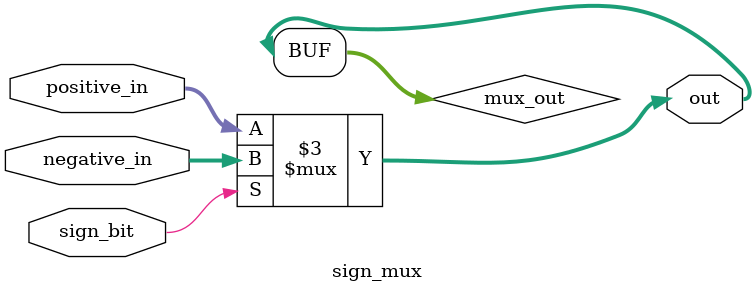
<source format=sv>
module sign_mag_to_twos_comp #(
    parameter WIDTH = 16
)(
    input  wire [WIDTH-1:0] sign_mag_in,
    output wire [WIDTH-1:0] twos_comp_out
);

    wire sign_bit;
    wire [WIDTH-2:0] magnitude;
    wire [WIDTH-2:0] magnitude_twos;
    wire [WIDTH-1:0] negative_result;
    wire [WIDTH-1:0] positive_result;

    // Extract sign and magnitude
    sign_mag_extract #(
        .WIDTH(WIDTH)
    ) u_sign_mag_extract (
        .sign_mag_in(sign_mag_in),
        .sign_bit(sign_bit),
        .magnitude(magnitude)
    );

    // Convert magnitude to two's complement (negate magnitude)
    magnitude_negate #(
        .WIDTH(WIDTH-1)
    ) u_magnitude_negate (
        .magnitude_in(magnitude),
        .negated_out(magnitude_twos)
    );

    // Combine sign with magnitude conversion
    assign negative_result = {1'b1, magnitude_twos};
    assign positive_result = sign_mag_in;

    // Multiplexer to select output based on sign
    sign_mux #(
        .WIDTH(WIDTH)
    ) u_sign_mux (
        .sign_bit(sign_bit),
        .negative_in(negative_result),
        .positive_in(positive_result),
        .out(twos_comp_out)
    );

endmodule

// ---------------------------------------------------------------------------
// Submodule: sign_mag_extract
// Extracts the sign bit and magnitude from the sign-magnitude input
module sign_mag_extract #(
    parameter WIDTH = 16
)(
    input  wire [WIDTH-1:0] sign_mag_in,
    output wire             sign_bit,
    output wire [WIDTH-2:0] magnitude
);
    assign sign_bit = sign_mag_in[WIDTH-1];
    assign magnitude = sign_mag_in[WIDTH-2:0];
endmodule

// ---------------------------------------------------------------------------
// Submodule: magnitude_negate
// Computes the two's complement (negation) of the input magnitude
module magnitude_negate #(
    parameter WIDTH = 15
)(
    input  wire [WIDTH-1:0] magnitude_in,
    output wire [WIDTH-1:0] negated_out
);
    assign negated_out = ~magnitude_in + {{(WIDTH-1){1'b0}}, 1'b1};
endmodule

// ---------------------------------------------------------------------------
// Submodule: sign_mux
// Selects between positive and negative results based on sign bit
module sign_mux #(
    parameter WIDTH = 16
)(
    input  wire             sign_bit,
    input  wire [WIDTH-1:0] negative_in,
    input  wire [WIDTH-1:0] positive_in,
    output wire [WIDTH-1:0] out
);
    reg [WIDTH-1:0] mux_out;
    always @(*) begin
        if (sign_bit) begin
            mux_out = negative_in;
        end else begin
            mux_out = positive_in;
        end
    end
    assign out = mux_out;
endmodule
</source>
